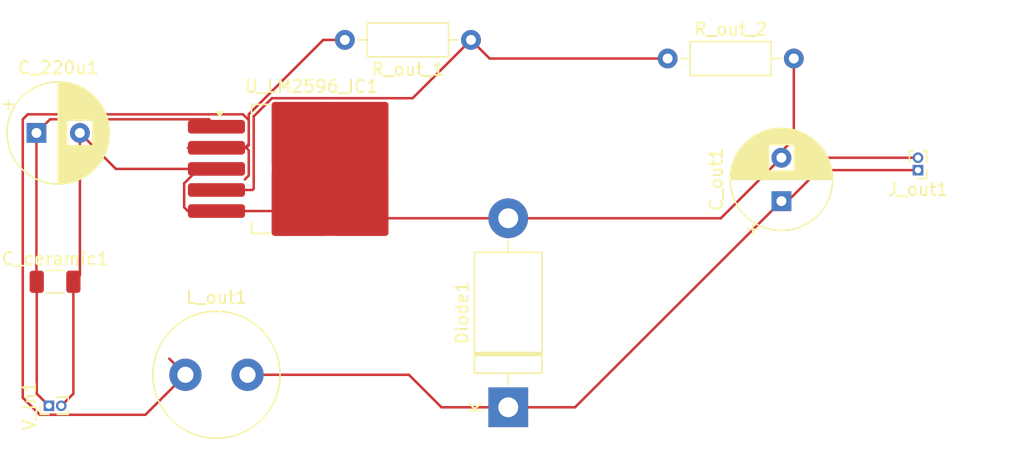
<source format=kicad_pcb>
(kicad_pcb (version 20240108) (generator "pcbnew") (generator_version "8.0")
  (layers (0 "F.Cu" signal) (31 "B.Cu" signal) (34 "B.Paste" user) (35 "F.Paste" user) (36 "B.SilkS" user "B.Silkscreen") (37 "F.SilkS" user "F.Silkscreen") (38 "B.Mask" user) (39 "F.Mask" user) (44 "Edge.Cuts" user))
  (net 0 "")
  (net 1 "Net-(U_LM2596_IC1-VIN)")
  (net 2 "GND")
  (net 3 "Net-(Diode1-K)")
  (net 4 "Net-(U_LM2596_IC1-OUT)")
  (net 5 "Net-(U_LM2596_IC1-FB)")
  (footprint "Capacitor_THT:CP_Radial_D8.0mm_P3.50mm" (layer "F.Cu") (at 171 56.5 90)
    (property "Reference" "C_out1" (at 1.75 -5.25 90) (layer "F.SilkS"))
    (property "Value" "220u")
    (fp_line (start 1.83 -4.08) (end 1.83 4.08) (stroke (width 0.12)) (layer "F.SilkS"))
    (fp_line (start 1.79 -4.08) (end 1.79 4.08) (stroke (width 0.12)) (layer "F.SilkS"))
    (fp_line (start 1.75 -4.08) (end 1.75 4.08) (stroke (width 0.12)) (layer "F.SilkS"))
    (fp_line (start 1.87 -4.079) (end 1.87 4.079) (stroke (width 0.12)) (layer "F.SilkS"))
    (fp_line (start 1.91 -4.077) (end 1.91 4.077) (stroke (width 0.12)) (layer "F.SilkS"))
    (fp_line (start 1.95 -4.076) (end 1.95 4.076) (stroke (width 0.12)) (layer "F.SilkS"))
    (fp_line (start 1.99 -4.074) (end 1.99 4.074) (stroke (width 0.12)) (layer "F.SilkS"))
    (fp_line (start 2.03 -4.071) (end 2.03 4.071) (stroke (width 0.12)) (layer "F.SilkS"))
    (fp_line (start 2.07 -4.068) (end 2.07 4.068) (stroke (width 0.12)) (layer "F.SilkS"))
    (fp_line (start 2.11 -4.065) (end 2.11 4.065) (stroke (width 0.12)) (layer "F.SilkS"))
    (fp_line (start 2.15 -4.061) (end 2.15 4.061) (stroke (width 0.12)) (layer "F.SilkS"))
    (fp_line (start 2.19 -4.057) (end 2.19 4.057) (stroke (width 0.12)) (layer "F.SilkS"))
    (fp_line (start 2.23 -4.052) (end 2.23 4.052) (stroke (width 0.12)) (layer "F.SilkS"))
    (fp_line (start 2.27 -4.048) (end 2.27 4.048) (stroke (width 0.12)) (layer "F.SilkS"))
    (fp_line (start 2.31 -4.042) (end 2.31 4.042) (stroke (width 0.12)) (layer "F.SilkS"))
    (fp_line (start 2.35 -4.037) (end 2.35 4.037) (stroke (width 0.12)) (layer "F.SilkS"))
    (fp_line (start 2.39 -4.03) (end 2.39 4.03) (stroke (width 0.12)) (layer "F.SilkS"))
    (fp_line (start 2.43 -4.024) (end 2.43 4.024) (stroke (width 0.12)) (layer "F.SilkS"))
    (fp_line (start 2.471 -4.017) (end 2.471 -1.04) (stroke (width 0.12)) (layer "F.SilkS"))
    (fp_line (start 2.511 -4.01) (end 2.511 -1.04) (stroke (width 0.12)) (layer "F.SilkS"))
    (fp_line (start 2.551 -4.002) (end 2.551 -1.04) (stroke (width 0.12)) (layer "F.SilkS"))
    (fp_line (start 2.591 -3.994) (end 2.591 -1.04) (stroke (width 0.12)) (layer "F.SilkS"))
    (fp_line (start 2.631 -3.985) (end 2.631 -1.04) (stroke (width 0.12)) (layer "F.SilkS"))
    (fp_line (start 2.671 -3.976) (end 2.671 -1.04) (stroke (width 0.12)) (layer "F.SilkS"))
    (fp_line (start 2.711 -3.967) (end 2.711 -1.04) (stroke (width 0.12)) (layer "F.SilkS"))
    (fp_line (start 2.751 -3.957) (end 2.751 -1.04) (stroke (width 0.12)) (layer "F.SilkS"))
    (fp_line (start 2.791 -3.947) (end 2.791 -1.04) (stroke (width 0.12)) (layer "F.SilkS"))
    (fp_line (start 2.831 -3.936) (end 2.831 -1.04) (stroke (width 0.12)) (layer "F.SilkS"))
    (fp_line (start 2.871 -3.925) (end 2.871 -1.04) (stroke (width 0.12)) (layer "F.SilkS"))
    (fp_line (start 2.911 -3.914) (end 2.911 -1.04) (stroke (width 0.12)) (layer "F.SilkS"))
    (fp_line (start 2.951 -3.902) (end 2.951 -1.04) (stroke (width 0.12)) (layer "F.SilkS"))
    (fp_line (start 2.991 -3.889) (end 2.991 -1.04) (stroke (width 0.12)) (layer "F.SilkS"))
    (fp_line (start 3.031 -3.877) (end 3.031 -1.04) (stroke (width 0.12)) (layer "F.SilkS"))
    (fp_line (start 3.071 -3.863) (end 3.071 -1.04) (stroke (width 0.12)) (layer "F.SilkS"))
    (fp_line (start 3.111 -3.85) (end 3.111 -1.04) (stroke (width 0.12)) (layer "F.SilkS"))
    (fp_line (start 3.151 -3.835) (end 3.151 -1.04) (stroke (width 0.12)) (layer "F.SilkS"))
    (fp_line (start 3.191 -3.821) (end 3.191 -1.04) (stroke (width 0.12)) (layer "F.SilkS"))
    (fp_line (start 3.231 -3.805) (end 3.231 -1.04) (stroke (width 0.12)) (layer "F.SilkS"))
    (fp_line (start 3.271 -3.79) (end 3.271 -1.04) (stroke (width 0.12)) (layer "F.SilkS"))
    (fp_line (start 3.311 -3.774) (end 3.311 -1.04) (stroke (width 0.12)) (layer "F.SilkS"))
    (fp_line (start 3.351 -3.757) (end 3.351 -1.04) (stroke (width 0.12)) (layer "F.SilkS"))
    (fp_line (start 3.391 -3.74) (end 3.391 -1.04) (stroke (width 0.12)) (layer "F.SilkS"))
    (fp_line (start 3.431 -3.722) (end 3.431 -1.04) (stroke (width 0.12)) (layer "F.SilkS"))
    (fp_line (start 3.471 -3.704) (end 3.471 -1.04) (stroke (width 0.12)) (layer "F.SilkS"))
    (fp_line (start 3.511 -3.686) (end 3.511 -1.04) (stroke (width 0.12)) (layer "F.SilkS"))
    (fp_line (start 3.551 -3.666) (end 3.551 -1.04) (stroke (width 0.12)) (layer "F.SilkS"))
    (fp_line (start 3.591 -3.647) (end 3.591 -1.04) (stroke (width 0.12)) (layer "F.SilkS"))
    (fp_line (start 3.631 -3.627) (end 3.631 -1.04) (stroke (width 0.12)) (layer "F.SilkS"))
    (fp_line (start 3.671 -3.606) (end 3.671 -1.04) (stroke (width 0.12)) (layer "F.SilkS"))
    (fp_line (start 3.711 -3.584) (end 3.711 -1.04) (stroke (width 0.12)) (layer "F.SilkS"))
    (fp_line (start 3.751 -3.562) (end 3.751 -1.04) (stroke (width 0.12)) (layer "F.SilkS"))
    (fp_line (start 3.791 -3.54) (end 3.791 -1.04) (stroke (width 0.12)) (layer "F.SilkS"))
    (fp_line (start 3.831 -3.517) (end 3.831 -1.04) (stroke (width 0.12)) (layer "F.SilkS"))
    (fp_line (start 3.871 -3.493) (end 3.871 -1.04) (stroke (width 0.12)) (layer "F.SilkS"))
    (fp_line (start 3.911 -3.469) (end 3.911 -1.04) (stroke (width 0.12)) (layer "F.SilkS"))
    (fp_line (start 3.951 -3.444) (end 3.951 -1.04) (stroke (width 0.12)) (layer "F.SilkS"))
    (fp_line (start 3.991 -3.418) (end 3.991 -1.04) (stroke (width 0.12)) (layer "F.SilkS"))
    (fp_line (start 4.031 -3.392) (end 4.031 -1.04) (stroke (width 0.12)) (layer "F.SilkS"))
    (fp_line (start 4.071 -3.365) (end 4.071 -1.04) (stroke (width 0.12)) (layer "F.SilkS"))
    (fp_line (start 4.111 -3.338) (end 4.111 -1.04) (stroke (width 0.12)) (layer "F.SilkS"))
    (fp_line (start 4.151 -3.309) (end 4.151 -1.04) (stroke (width 0.12)) (layer "F.SilkS"))
    (fp_line (start 4.191 -3.28) (end 4.191 -1.04) (stroke (width 0.12)) (layer "F.SilkS"))
    (fp_line (start 4.231 -3.25) (end 4.231 -1.04) (stroke (width 0.12)) (layer "F.SilkS"))
    (fp_line (start 4.271 -3.22) (end 4.271 -1.04) (stroke (width 0.12)) (layer "F.SilkS"))
    (fp_line (start 4.311 -3.189) (end 4.311 -1.04) (stroke (width 0.12)) (layer "F.SilkS"))
    (fp_line (start 4.351 -3.156) (end 4.351 -1.04) (stroke (width 0.12)) (layer "F.SilkS"))
    (fp_line (start 4.391 -3.124) (end 4.391 -1.04) (stroke (width 0.12)) (layer "F.SilkS"))
    (fp_line (start 4.431 -3.09) (end 4.431 -1.04) (stroke (width 0.12)) (layer "F.SilkS"))
    (fp_line (start 4.471 -3.055) (end 4.471 -1.04) (stroke (width 0.12)) (layer "F.SilkS"))
    (fp_line (start 4.511 -3.019) (end 4.511 -1.04) (stroke (width 0.12)) (layer "F.SilkS"))
    (fp_line (start 4.551 -2.983) (end 4.551 2.983) (stroke (width 0.12)) (layer "F.SilkS"))
    (fp_line (start 4.591 -2.945) (end 4.591 2.945) (stroke (width 0.12)) (layer "F.SilkS"))
    (fp_line (start 4.631 -2.907) (end 4.631 2.907) (stroke (width 0.12)) (layer "F.SilkS"))
    (fp_line (start 4.671 -2.867) (end 4.671 2.867) (stroke (width 0.12)) (layer "F.SilkS"))
    (fp_line (start 4.711 -2.826) (end 4.711 2.826) (stroke (width 0.12)) (layer "F.SilkS"))
    (fp_line (start 4.751 -2.784) (end 4.751 2.784) (stroke (width 0.12)) (layer "F.SilkS"))
    (fp_line (start 4.791 -2.741) (end 4.791 2.741) (stroke (width 0.12)) (layer "F.SilkS"))
    (fp_line (start -2.259698 -2.715) (end -2.259698 -1.915) (stroke (width 0.12)) (layer "F.SilkS"))
    (fp_line (start 4.831 -2.697) (end 4.831 2.697) (stroke (width 0.12)) (layer "F.SilkS"))
    (fp_line (start 4.871 -2.651) (end 4.871 2.651) (stroke (width 0.12)) (layer "F.SilkS"))
    (fp_line (start 4.911 -2.604) (end 4.911 2.604) (stroke (width 0.12)) (layer "F.SilkS"))
    (fp_line (start 4.951 -2.556) (end 4.951 2.556) (stroke (width 0.12)) (layer "F.SilkS"))
    (fp_line (start 4.991 -2.505) (end 4.991 2.505) (stroke (width 0.12)) (layer "F.SilkS"))
    (fp_line (start 5.031 -2.454) (end 5.031 2.454) (stroke (width 0.12)) (layer "F.SilkS"))
    (fp_line (start 5.071 -2.4) (end 5.071 2.4) (stroke (width 0.12)) (layer "F.SilkS"))
    (fp_line (start 5.111 -2.345) (end 5.111 2.345) (stroke (width 0.12)) (layer "F.SilkS"))
    (fp_line (start -2.659698 -2.315) (end -1.859698 -2.315) (stroke (width 0.12)) (layer "F.SilkS"))
    (fp_line (start 5.151 -2.287) (end 5.151 2.287) (stroke (width 0.12)) (layer "F.SilkS"))
    (fp_line (start 5.191 -2.228) (end 5.191 2.228) (stroke (width 0.12)) (layer "F.SilkS"))
    (fp_line (start 5.231 -2.166) (end 5.231 2.166) (stroke (width 0.12)) (layer "F.SilkS"))
    (fp_line (start 5.271 -2.102) (end 5.271 2.102) (stroke (width 0.12)) (layer "F.SilkS"))
    (fp_line (start 5.311 -2.034) (end 5.311 2.034) (stroke (width 0.12)) (layer "F.SilkS"))
    (fp_line (start 5.351 -1.964) (end 5.351 1.964) (stroke (width 0.12)) (layer "F.SilkS"))
    (fp_line (start 5.391 -1.89) (end 5.391 1.89) (stroke (width 0.12)) (layer "F.SilkS"))
    (fp_line (start 5.431 -1.813) (end 5.431 1.813) (stroke (width 0.12)) (layer "F.SilkS"))
    (fp_line (start 5.471 -1.731) (end 5.471 1.731) (stroke (width 0.12)) (layer "F.SilkS"))
    (fp_line (start 5.511 -1.645) (end 5.511 1.645) (stroke (width 0.12)) (layer "F.SilkS"))
    (fp_line (start 5.551 -1.552) (end 5.551 1.552) (stroke (width 0.12)) (layer "F.SilkS"))
    (fp_line (start 5.591 -1.453) (end 5.591 1.453) (stroke (width 0.12)) (layer "F.SilkS"))
    (fp_line (start 5.631 -1.346) (end 5.631 1.346) (stroke (width 0.12)) (layer "F.SilkS"))
    (fp_line (start 5.671 -1.229) (end 5.671 1.229) (stroke (width 0.12)) (layer "F.SilkS"))
    (fp_line (start 5.711 -1.098) (end 5.711 1.098) (stroke (width 0.12)) (layer "F.SilkS"))
    (fp_line (start 5.751 -0.948) (end 5.751 0.948) (stroke (width 0.12)) (layer "F.SilkS"))
    (fp_line (start 5.791 -0.768) (end 5.791 0.768) (stroke (width 0.12)) (layer "F.SilkS"))
    (fp_line (start 5.831 -0.533) (end 5.831 0.533) (stroke (width 0.12)) (layer "F.SilkS"))
    (fp_line (start 4.511 1.04) (end 4.511 3.019) (stroke (width 0.12)) (layer "F.SilkS"))
    (fp_line (start 4.471 1.04) (end 4.471 3.055) (stroke (width 0.12)) (layer "F.SilkS"))
    (fp_line (start 4.431 1.04) (end 4.431 3.09) (stroke (width 0.12)) (layer "F.SilkS"))
    (fp_line (start 4.391 1.04) (end 4.391 3.124) (stroke (width 0.12)) (layer "F.SilkS"))
    (fp_line (start 4.351 1.04) (end 4.351 3.156) (stroke (width 0.12)) (layer "F.SilkS"))
    (fp_line (start 4.311 1.04) (end 4.311 3.189) (stroke (width 0.12)) (layer "F.SilkS"))
    (fp_line (start 4.271 1.04) (end 4.271 3.22) (stroke (width 0.12)) (layer "F.SilkS"))
    (fp_line (start 4.231 1.04) (end 4.231 3.25) (stroke (width 0.12)) (layer "F.SilkS"))
    (fp_line (start 4.191 1.04) (end 4.191 3.28) (stroke (width 0.12)) (layer "F.SilkS"))
    (fp_line (start 4.151 1.04) (end 4.151 3.309) (stroke (width 0.12)) (layer "F.SilkS"))
    (fp_line (start 4.111 1.04) (end 4.111 3.338) (stroke (width 0.12)) (layer "F.SilkS"))
    (fp_line (start 4.071 1.04) (end 4.071 3.365) (stroke (width 0.12)) (layer "F.SilkS"))
    (fp_line (start 4.031 1.04) (end 4.031 3.392) (stroke (width 0.12)) (layer "F.SilkS"))
    (fp_line (start 3.991 1.04) (end 3.991 3.418) (stroke (width 0.12)) (layer "F.SilkS"))
    (fp_line (start 3.951 1.04) (end 3.951 3.444) (stroke (width 0.12)) (layer "F.SilkS"))
    (fp_line (start 3.911 1.04) (end 3.911 3.469) (stroke (width 0.12)) (layer "F.SilkS"))
    (fp_line (start 3.871 1.04) (end 3.871 3.493) (stroke (width 0.12)) (layer "F.SilkS"))
    (fp_line (start 3.831 1.04) (end 3.831 3.517) (stroke (width 0.12)) (layer "F.SilkS"))
    (fp_line (start 3.791 1.04) (end 3.791 3.54) (stroke (width 0.12)) (layer "F.SilkS"))
    (fp_line (start 3.751 1.04) (end 3.751 3.562) (stroke (width 0.12)) (layer "F.SilkS"))
    (fp_line (start 3.711 1.04) (end 3.711 3.584) (stroke (width 0.12)) (layer "F.SilkS"))
    (fp_line (start 3.671 1.04) (end 3.671 3.606) (stroke (width 0.12)) (layer "F.SilkS"))
    (fp_line (start 3.631 1.04) (end 3.631 3.627) (stroke (width 0.12)) (layer "F.SilkS"))
    (fp_line (start 3.591 1.04) (end 3.591 3.647) (stroke (width 0.12)) (layer "F.SilkS"))
    (fp_line (start 3.551 1.04) (end 3.551 3.666) (stroke (width 0.12)) (layer "F.SilkS"))
    (fp_line (start 3.511 1.04) (end 3.511 3.686) (stroke (width 0.12)) (layer "F.SilkS"))
    (fp_line (start 3.471 1.04) (end 3.471 3.704) (stroke (width 0.12)) (layer "F.SilkS"))
    (fp_line (start 3.431 1.04) (end 3.431 3.722) (stroke (width 0.12)) (layer "F.SilkS"))
    (fp_line (start 3.391 1.04) (end 3.391 3.74) (stroke (width 0.12)) (layer "F.SilkS"))
    (fp_line (start 3.351 1.04) (end 3.351 3.757) (stroke (width 0.12)) (layer "F.SilkS"))
    (fp_line (start 3.311 1.04) (end 3.311 3.774) (stroke (width 0.12)) (layer "F.SilkS"))
    (fp_line (start 3.271 1.04) (end 3.271 3.79) (stroke (width 0.12)) (layer "F.SilkS"))
    (fp_line (start 3.231 1.04) (end 3.231 3.805) (stroke (width 0.12)) (layer "F.SilkS"))
    (fp_line (start 3.191 1.04) (end 3.191 3.821) (stroke (width 0.12)) (layer "F.SilkS"))
    (fp_line (start 3.151 1.04) (end 3.151 3.835) (stroke (width 0.12)) (layer "F.SilkS"))
    (fp_line (start 3.111 1.04) (end 3.111 3.85) (stroke (width 0.12)) (layer "F.SilkS"))
    (fp_line (start 3.071 1.04) (end 3.071 3.863) (stroke (width 0.12)) (layer "F.SilkS"))
    (fp_line (start 3.031 1.04) (end 3.031 3.877) (stroke (width 0.12)) (layer "F.SilkS"))
    (fp_line (start 2.991 1.04) (end 2.991 3.889) (stroke (width 0.12)) (layer "F.SilkS"))
    (fp_line (start 2.951 1.04) (end 2.951 3.902) (stroke (width 0.12)) (layer "F.SilkS"))
    (fp_line (start 2.911 1.04) (end 2.911 3.914) (stroke (width 0.12)) (layer "F.SilkS"))
    (fp_line (start 2.871 1.04) (end 2.871 3.925) (stroke (width 0.12)) (layer "F.SilkS"))
    (fp_line (start 2.831 1.04) (end 2.831 3.936) (stroke (width 0.12)) (layer "F.SilkS"))
    (fp_line (start 2.791 1.04) (end 2.791 3.947) (stroke (width 0.12)) (layer "F.SilkS"))
    (fp_line (start 2.751 1.04) (end 2.751 3.957) (stroke (width 0.12)) (layer "F.SilkS"))
    (fp_line (start 2.711 1.04) (end 2.711 3.967) (stroke (width 0.12)) (layer "F.SilkS"))
    (fp_line (start 2.671 1.04) (end 2.671 3.976) (stroke (width 0.12)) (layer "F.SilkS"))
    (fp_line (start 2.631 1.04) (end 2.631 3.985) (stroke (width 0.12)) (layer "F.SilkS"))
    (fp_line (start 2.591 1.04) (end 2.591 3.994) (stroke (width 0.12)) (layer "F.SilkS"))
    (fp_line (start 2.551 1.04) (end 2.551 4.002) (stroke (width 0.12)) (layer "F.SilkS"))
    (fp_line (start 2.511 1.04) (end 2.511 4.01) (stroke (width 0.12)) (layer "F.SilkS"))
    (fp_line (start 2.471 1.04) (end 2.471 4.017) (stroke (width 0.12)) (layer "F.SilkS"))
    (fp_circle (center 1.75 0) (end 5.87 0) (stroke (width 0.12)) (fill none) (layer "F.SilkS"))
    (pad "1" thru_hole rect (at 0 0 90) (size 1.6 1.6) (drill 0.8) (layers "*.Cu" "*.Mask") (net 3 "Net-(Diode1-K)"))
    (pad "2" thru_hole circle (at 3.5 0 90) (size 1.6 1.6) (drill 0.8) (layers "*.Cu" "*.Mask") (net 2 "GND"))
  )
  (footprint "Package_TO_SOT_SMD:TO-263-5_TabPin3" (layer "F.Cu") (at 133.15 53.9)
    (property "Reference" "U_LM2596_IC1" (at 0 -6.65 0) (layer "F.SilkS"))
    (property "Value" "LM2596S-3.3")
    (fp_line (start -4.825 -5.2) (end -4.825 -4.25) (stroke (width 0.12)) (layer "F.SilkS"))
    (fp_line (start -4.825 5.2) (end -4.825 4.25) (stroke (width 0.12)) (layer "F.SilkS"))
    (fp_line (start -3.325 -5.2) (end -4.825 -5.2) (stroke (width 0.12)) (layer "F.SilkS"))
    (fp_line (start -3.325 5.2) (end -4.825 5.2) (stroke (width 0.12)) (layer "F.SilkS"))
    (fp_poly (pts (xy -7.3875 -4.25) (xy -7.6275 -4.58) (xy -7.1475 -4.58) (xy -7.3875 -4.25)) (stroke (width 0.12)) (fill solid) (layer "F.SilkS"))
    (pad "1" smd roundrect (at -7.65 -3.4) (size 4.6 1.1) (layers "F.Cu" "F.Paste" "F.Mask") (roundrect_rratio 0.227273) (net 1 "Net-(U_LM2596_IC1-VIN)"))
    (pad "2" smd roundrect (at -7.65 -1.7) (size 4.6 1.1) (layers "F.Cu" "F.Paste" "F.Mask") (roundrect_rratio 0.227273) (net 4 "Net-(U_LM2596_IC1-OUT)"))
    (pad "3" smd roundrect (at -7.65 0) (size 4.6 1.1) (layers "F.Cu" "F.Paste" "F.Mask") (roundrect_rratio 0.227273) (net 2 "GND"))
    (pad "3" smd roundrect (at -0.925 -2.775) (size 4.55 5.25) (layers "F.Cu" "F.Paste") (roundrect_rratio 0.054945) (net 2 "GND"))
    (pad "3" smd roundrect (at -0.925 2.775) (size 4.55 5.25) (layers "F.Cu" "F.Paste") (roundrect_rratio 0.054945) (net 2 "GND"))
    (pad "3" smd roundrect (at 1.5 0) (size 9.4 10.8) (layers "F.Cu" "F.Mask") (roundrect_rratio 0.026596) (net 2 "GND"))
    (pad "3" smd roundrect (at 3.925 -2.775) (size 4.55 5.25) (layers "F.Cu" "F.Paste") (roundrect_rratio 0.054945) (net 2 "GND"))
    (pad "3" smd roundrect (at 3.925 2.775) (size 4.55 5.25) (layers "F.Cu" "F.Paste") (roundrect_rratio 0.054945) (net 2 "GND"))
    (pad "4" smd roundrect (at -7.65 1.7) (size 4.6 1.1) (layers "F.Cu" "F.Paste" "F.Mask") (roundrect_rratio 0.227273) (net 5 "Net-(U_LM2596_IC1-FB)"))
    (pad "5" smd roundrect (at -7.65 3.4) (size 4.6 1.1) (layers "F.Cu" "F.Paste" "F.Mask") (roundrect_rratio 0.227273) (net 2 "GND"))
  )
  (footprint "Capacitor_THT:CP_Radial_D8.0mm_P3.50mm" (layer "F.Cu") (at 111 51)
    (property "Reference" "C_220u1" (at 1.75 -5.25 0) (layer "F.SilkS"))
    (property "Value" "220u")
    (fp_line (start -2.659698 -2.315) (end -1.859698 -2.315) (stroke (width 0.12)) (layer "F.SilkS"))
    (fp_line (start -2.259698 -2.715) (end -2.259698 -1.915) (stroke (width 0.12)) (layer "F.SilkS"))
    (fp_line (start 1.75 -4.08) (end 1.75 4.08) (stroke (width 0.12)) (layer "F.SilkS"))
    (fp_line (start 1.79 -4.08) (end 1.79 4.08) (stroke (width 0.12)) (layer "F.SilkS"))
    (fp_line (start 1.83 -4.08) (end 1.83 4.08) (stroke (width 0.12)) (layer "F.SilkS"))
    (fp_line (start 1.87 -4.079) (end 1.87 4.079) (stroke (width 0.12)) (layer "F.SilkS"))
    (fp_line (start 1.91 -4.077) (end 1.91 4.077) (stroke (width 0.12)) (layer "F.SilkS"))
    (fp_line (start 1.95 -4.076) (end 1.95 4.076) (stroke (width 0.12)) (layer "F.SilkS"))
    (fp_line (start 1.99 -4.074) (end 1.99 4.074) (stroke (width 0.12)) (layer "F.SilkS"))
    (fp_line (start 2.03 -4.071) (end 2.03 4.071) (stroke (width 0.12)) (layer "F.SilkS"))
    (fp_line (start 2.07 -4.068) (end 2.07 4.068) (stroke (width 0.12)) (layer "F.SilkS"))
    (fp_line (start 2.11 -4.065) (end 2.11 4.065) (stroke (width 0.12)) (layer "F.SilkS"))
    (fp_line (start 2.15 -4.061) (end 2.15 4.061) (stroke (width 0.12)) (layer "F.SilkS"))
    (fp_line (start 2.19 -4.057) (end 2.19 4.057) (stroke (width 0.12)) (layer "F.SilkS"))
    (fp_line (start 2.23 -4.052) (end 2.23 4.052) (stroke (width 0.12)) (layer "F.SilkS"))
    (fp_line (start 2.27 -4.048) (end 2.27 4.048) (stroke (width 0.12)) (layer "F.SilkS"))
    (fp_line (start 2.31 -4.042) (end 2.31 4.042) (stroke (width 0.12)) (layer "F.SilkS"))
    (fp_line (start 2.35 -4.037) (end 2.35 4.037) (stroke (width 0.12)) (layer "F.SilkS"))
    (fp_line (start 2.39 -4.03) (end 2.39 4.03) (stroke (width 0.12)) (layer "F.SilkS"))
    (fp_line (start 2.43 -4.024) (end 2.43 4.024) (stroke (width 0.12)) (layer "F.SilkS"))
    (fp_line (start 2.471 -4.017) (end 2.471 -1.04) (stroke (width 0.12)) (layer "F.SilkS"))
    (fp_line (start 2.471 1.04) (end 2.471 4.017) (stroke (width 0.12)) (layer "F.SilkS"))
    (fp_line (start 2.511 -4.01) (end 2.511 -1.04) (stroke (width 0.12)) (layer "F.SilkS"))
    (fp_line (start 2.511 1.04) (end 2.511 4.01) (stroke (width 0.12)) (layer "F.SilkS"))
    (fp_line (start 2.551 -4.002) (end 2.551 -1.04) (stroke (width 0.12)) (layer "F.SilkS"))
    (fp_line (start 2.551 1.04) (end 2.551 4.002) (stroke (width 0.12)) (layer "F.SilkS"))
    (fp_line (start 2.591 -3.994) (end 2.591 -1.04) (stroke (width 0.12)) (layer "F.SilkS"))
    (fp_line (start 2.591 1.04) (end 2.591 3.994) (stroke (width 0.12)) (layer "F.SilkS"))
    (fp_line (start 2.631 -3.985) (end 2.631 -1.04) (stroke (width 0.12)) (layer "F.SilkS"))
    (fp_line (start 2.631 1.04) (end 2.631 3.985) (stroke (width 0.12)) (layer "F.SilkS"))
    (fp_line (start 2.671 -3.976) (end 2.671 -1.04) (stroke (width 0.12)) (layer "F.SilkS"))
    (fp_line (start 2.671 1.04) (end 2.671 3.976) (stroke (width 0.12)) (layer "F.SilkS"))
    (fp_line (start 2.711 -3.967) (end 2.711 -1.04) (stroke (width 0.12)) (layer "F.SilkS"))
    (fp_line (start 2.711 1.04) (end 2.711 3.967) (stroke (width 0.12)) (layer "F.SilkS"))
    (fp_line (start 2.751 -3.957) (end 2.751 -1.04) (stroke (width 0.12)) (layer "F.SilkS"))
    (fp_line (start 2.751 1.04) (end 2.751 3.957) (stroke (width 0.12)) (layer "F.SilkS"))
    (fp_line (start 2.791 -3.947) (end 2.791 -1.04) (stroke (width 0.12)) (layer "F.SilkS"))
    (fp_line (start 2.791 1.04) (end 2.791 3.947) (stroke (width 0.12)) (layer "F.SilkS"))
    (fp_line (start 2.831 -3.936) (end 2.831 -1.04) (stroke (width 0.12)) (layer "F.SilkS"))
    (fp_line (start 2.831 1.04) (end 2.831 3.936) (stroke (width 0.12)) (layer "F.SilkS"))
    (fp_line (start 2.871 -3.925) (end 2.871 -1.04) (stroke (width 0.12)) (layer "F.SilkS"))
    (fp_line (start 2.871 1.04) (end 2.871 3.925) (stroke (width 0.12)) (layer "F.SilkS"))
    (fp_line (start 2.911 -3.914) (end 2.911 -1.04) (stroke (width 0.12)) (layer "F.SilkS"))
    (fp_line (start 2.911 1.04) (end 2.911 3.914) (stroke (width 0.12)) (layer "F.SilkS"))
    (fp_line (start 2.951 -3.902) (end 2.951 -1.04) (stroke (width 0.12)) (layer "F.SilkS"))
    (fp_line (start 2.951 1.04) (end 2.951 3.902) (stroke (width 0.12)) (layer "F.SilkS"))
    (fp_line (start 2.991 -3.889) (end 2.991 -1.04) (stroke (width 0.12)) (layer "F.SilkS"))
    (fp_line (start 2.991 1.04) (end 2.991 3.889) (stroke (width 0.12)) (layer "F.SilkS"))
    (fp_line (start 3.031 -3.877) (end 3.031 -1.04) (stroke (width 0.12)) (layer "F.SilkS"))
    (fp_line (start 3.031 1.04) (end 3.031 3.877) (stroke (width 0.12)) (layer "F.SilkS"))
    (fp_line (start 3.071 -3.863) (end 3.071 -1.04) (stroke (width 0.12)) (layer "F.SilkS"))
    (fp_line (start 3.071 1.04) (end 3.071 3.863) (stroke (width 0.12)) (layer "F.SilkS"))
    (fp_line (start 3.111 -3.85) (end 3.111 -1.04) (stroke (width 0.12)) (layer "F.SilkS"))
    (fp_line (start 3.111 1.04) (end 3.111 3.85) (stroke (width 0.12)) (layer "F.SilkS"))
    (fp_line (start 3.151 -3.835) (end 3.151 -1.04) (stroke (width 0.12)) (layer "F.SilkS"))
    (fp_line (start 3.151 1.04) (end 3.151 3.835) (stroke (width 0.12)) (layer "F.SilkS"))
    (fp_line (start 3.191 -3.821) (end 3.191 -1.04) (stroke (width 0.12)) (layer "F.SilkS"))
    (fp_line (start 3.191 1.04) (end 3.191 3.821) (stroke (width 0.12)) (layer "F.SilkS"))
    (fp_line (start 3.231 -3.805) (end 3.231 -1.04) (stroke (width 0.12)) (layer "F.SilkS"))
    (fp_line (start 3.231 1.04) (end 3.231 3.805) (stroke (width 0.12)) (layer "F.SilkS"))
    (fp_line (start 3.271 -3.79) (end 3.271 -1.04) (stroke (width 0.12)) (layer "F.SilkS"))
    (fp_line (start 3.271 1.04) (end 3.271 3.79) (stroke (width 0.12)) (layer "F.SilkS"))
    (fp_line (start 3.311 -3.774) (end 3.311 -1.04) (stroke (width 0.12)) (layer "F.SilkS"))
    (fp_line (start 3.311 1.04) (end 3.311 3.774) (stroke (width 0.12)) (layer "F.SilkS"))
    (fp_line (start 3.351 -3.757) (end 3.351 -1.04) (stroke (width 0.12)) (layer "F.SilkS"))
    (fp_line (start 3.351 1.04) (end 3.351 3.757) (stroke (width 0.12)) (layer "F.SilkS"))
    (fp_line (start 3.391 -3.74) (end 3.391 -1.04) (stroke (width 0.12)) (layer "F.SilkS"))
    (fp_line (start 3.391 1.04) (end 3.391 3.74) (stroke (width 0.12)) (layer "F.SilkS"))
    (fp_line (start 3.431 -3.722) (end 3.431 -1.04) (stroke (width 0.12)) (layer "F.SilkS"))
    (fp_line (start 3.431 1.04) (end 3.431 3.722) (stroke (width 0.12)) (layer "F.SilkS"))
    (fp_line (start 3.471 -3.704) (end 3.471 -1.04) (stroke (width 0.12)) (layer "F.SilkS"))
    (fp_line (start 3.471 1.04) (end 3.471 3.704) (stroke (width 0.12)) (layer "F.SilkS"))
    (fp_line (start 3.511 -3.686) (end 3.511 -1.04) (stroke (width 0.12)) (layer "F.SilkS"))
    (fp_line (start 3.511 1.04) (end 3.511 3.686) (stroke (width 0.12)) (layer "F.SilkS"))
    (fp_line (start 3.551 -3.666) (end 3.551 -1.04) (stroke (width 0.12)) (layer "F.SilkS"))
    (fp_line (start 3.551 1.04) (end 3.551 3.666) (stroke (width 0.12)) (layer "F.SilkS"))
    (fp_line (start 3.591 -3.647) (end 3.591 -1.04) (stroke (width 0.12)) (layer "F.SilkS"))
    (fp_line (start 3.591 1.04) (end 3.591 3.647) (stroke (width 0.12)) (layer "F.SilkS"))
    (fp_line (start 3.631 -3.627) (end 3.631 -1.04) (stroke (width 0.12)) (layer "F.SilkS"))
    (fp_line (start 3.631 1.04) (end 3.631 3.627) (stroke (width 0.12)) (layer "F.SilkS"))
    (fp_line (start 3.671 -3.606) (end 3.671 -1.04) (stroke (width 0.12)) (layer "F.SilkS"))
    (fp_line (start 3.671 1.04) (end 3.671 3.606) (stroke (width 0.12)) (layer "F.SilkS"))
    (fp_line (start 3.711 -3.584) (end 3.711 -1.04) (stroke (width 0.12)) (layer "F.SilkS"))
    (fp_line (start 3.711 1.04) (end 3.711 3.584) (stroke (width 0.12)) (layer "F.SilkS"))
    (fp_line (start 3.751 -3.562) (end 3.751 -1.04) (stroke (width 0.12)) (layer "F.SilkS"))
    (fp_line (start 3.751 1.04) (end 3.751 3.562) (stroke (width 0.12)) (layer "F.SilkS"))
    (fp_line (start 3.791 -3.54) (end 3.791 -1.04) (stroke (width 0.12)) (layer "F.SilkS"))
    (fp_line (start 3.791 1.04) (end 3.791 3.54) (stroke (width 0.12)) (layer "F.SilkS"))
    (fp_line (start 3.831 -3.517) (end 3.831 -1.04) (stroke (width 0.12)) (layer "F.SilkS"))
    (fp_line (start 3.831 1.04) (end 3.831 3.517) (stroke (width 0.12)) (layer "F.SilkS"))
    (fp_line (start 3.871 -3.493) (end 3.871 -1.04) (stroke (width 0.12)) (layer "F.SilkS"))
    (fp_line (start 3.871 1.04) (end 3.871 3.493) (stroke (width 0.12)) (layer "F.SilkS"))
    (fp_line (start 3.911 -3.469) (end 3.911 -1.04) (stroke (width 0.12)) (layer "F.SilkS"))
    (fp_line (start 3.911 1.04) (end 3.911 3.469) (stroke (width 0.12)) (layer "F.SilkS"))
    (fp_line (start 3.951 -3.444) (end 3.951 -1.04) (stroke (width 0.12)) (layer "F.SilkS"))
    (fp_line (start 3.951 1.04) (end 3.951 3.444) (stroke (width 0.12)) (layer "F.SilkS"))
    (fp_line (start 3.991 -3.418) (end 3.991 -1.04) (stroke (width 0.12)) (layer "F.SilkS"))
    (fp_line (start 3.991 1.04) (end 3.991 3.418) (stroke (width 0.12)) (layer "F.SilkS"))
    (fp_line (start 4.031 -3.392) (end 4.031 -1.04) (stroke (width 0.12)) (layer "F.SilkS"))
    (fp_line (start 4.031 1.04) (end 4.031 3.392) (stroke (width 0.12)) (layer "F.SilkS"))
    (fp_line (start 4.071 -3.365) (end 4.071 -1.04) (stroke (width 0.12)) (layer "F.SilkS"))
    (fp_line (start 4.071 1.04) (end 4.071 3.365) (stroke (width 0.12)) (layer "F.SilkS"))
    (fp_line (start 4.111 -3.338) (end 4.111 -1.04) (stroke (width 0.12)) (layer "F.SilkS"))
    (fp_line (start 4.111 1.04) (end 4.111 3.338) (stroke (width 0.12)) (layer "F.SilkS"))
    (fp_line (start 4.151 -3.309) (end 4.151 -1.04) (stroke (width 0.12)) (layer "F.SilkS"))
    (fp_line (start 4.151 1.04) (end 4.151 3.309) (stroke (width 0.12)) (layer "F.SilkS"))
    (fp_line (start 4.191 -3.28) (end 4.191 -1.04) (stroke (width 0.12)) (layer "F.SilkS"))
    (fp_line (start 4.191 1.04) (end 4.191 3.28) (stroke (width 0.12)) (layer "F.SilkS"))
    (fp_line (start 4.231 -3.25) (end 4.231 -1.04) (stroke (width 0.12)) (layer "F.SilkS"))
    (fp_line (start 4.231 1.04) (end 4.231 3.25) (stroke (width 0.12)) (layer "F.SilkS"))
    (fp_line (start 4.271 -3.22) (end 4.271 -1.04) (stroke (width 0.12)) (layer "F.SilkS"))
    (fp_line (start 4.271 1.04) (end 4.271 3.22) (stroke (width 0.12)) (layer "F.SilkS"))
    (fp_line (start 4.311 -3.189) (end 4.311 -1.04) (stroke (width 0.12)) (layer "F.SilkS"))
    (fp_line (start 4.311 1.04) (end 4.311 3.189) (stroke (width 0.12)) (layer "F.SilkS"))
    (fp_line (start 4.351 -3.156) (end 4.351 -1.04) (stroke (width 0.12)) (layer "F.SilkS"))
    (fp_line (start 4.351 1.04) (end 4.351 3.156) (stroke (width 0.12)) (layer "F.SilkS"))
    (fp_line (start 4.391 -3.124) (end 4.391 -1.04) (stroke (width 0.12)) (layer "F.SilkS"))
    (fp_line (start 4.391 1.04) (end 4.391 3.124) (stroke (width 0.12)) (layer "F.SilkS"))
    (fp_line (start 4.431 -3.09) (end 4.431 -1.04) (stroke (width 0.12)) (layer "F.SilkS"))
    (fp_line (start 4.431 1.04) (end 4.431 3.09) (stroke (width 0.12)) (layer "F.SilkS"))
    (fp_line (start 4.471 -3.055) (end 4.471 -1.04) (stroke (width 0.12)) (layer "F.SilkS"))
    (fp_line (start 4.471 1.04) (end 4.471 3.055) (stroke (width 0.12)) (layer "F.SilkS"))
    (fp_line (start 4.511 -3.019) (end 4.511 -1.04) (stroke (width 0.12)) (layer "F.SilkS"))
    (fp_line (start 4.511 1.04) (end 4.511 3.019) (stroke (width 0.12)) (layer "F.SilkS"))
    (fp_line (start 4.551 -2.983) (end 4.551 2.983) (stroke (width 0.12)) (layer "F.SilkS"))
    (fp_line (start 4.591 -2.945) (end 4.591 2.945) (stroke (width 0.12)) (layer "F.SilkS"))
    (fp_line (start 4.631 -2.907) (end 4.631 2.907) (stroke (width 0.12)) (layer "F.SilkS"))
    (fp_line (start 4.671 -2.867) (end 4.671 2.867) (stroke (width 0.12)) (layer "F.SilkS"))
    (fp_line (start 4.711 -2.826) (end 4.711 2.826) (stroke (width 0.12)) (layer "F.SilkS"))
    (fp_line (start 4.751 -2.784) (end 4.751 2.784) (stroke (width 0.12)) (layer "F.SilkS"))
    (fp_line (start 4.791 -2.741) (end 4.791 2.741) (stroke (width 0.12)) (layer "F.SilkS"))
    (fp_line (start 4.831 -2.697) (end 4.831 2.697) (stroke (width 0.12)) (layer "F.SilkS"))
    (fp_line (start 4.871 -2.651) (end 4.871 2.651) (stroke (width 0.12)) (layer "F.SilkS"))
    (fp_line (start 4.911 -2.604) (end 4.911 2.604) (stroke (width 0.12)) (layer "F.SilkS"))
    (fp_line (start 4.951 -2.556) (end 4.951 2.556) (stroke (width 0.12)) (layer "F.SilkS"))
    (fp_line (start 4.991 -2.505) (end 4.991 2.505) (stroke (width 0.12)) (layer "F.SilkS"))
    (fp_line (start 5.031 -2.454) (end 5.031 2.454) (stroke (width 0.12)) (layer "F.SilkS"))
    (fp_line (start 5.071 -2.4) (end 5.071 2.4) (stroke (width 0.12)) (layer "F.SilkS"))
    (fp_line (start 5.111 -2.345) (end 5.111 2.345) (stroke (width 0.12)) (layer "F.SilkS"))
    (fp_line (start 5.151 -2.287) (end 5.151 2.287) (stroke (width 0.12)) (layer "F.SilkS"))
    (fp_line (start 5.191 -2.228) (end 5.191 2.228) (stroke (width 0.12)) (layer "F.SilkS"))
    (fp_line (start 5.231 -2.166) (end 5.231 2.166) (stroke (width 0.12)) (layer "F.SilkS"))
    (fp_line (start 5.271 -2.102) (end 5.271 2.102) (stroke (width 0.12)) (layer "F.SilkS"))
    (fp_line (start 5.311 -2.034) (end 5.311 2.034) (stroke (width 0.12)) (layer "F.SilkS"))
    (fp_line (start 5.351 -1.964) (end 5.351 1.964) (stroke (width 0.12)) (layer "F.SilkS"))
    (fp_line (start 5.391 -1.89) (end 5.391 1.89) (stroke (width 0.12)) (layer "F.SilkS"))
    (fp_line (start 5.431 -1.813) (end 5.431 1.813) (stroke (width 0.12)) (layer "F.SilkS"))
    (fp_line (start 5.471 -1.731) (end 5.471 1.731) (stroke (width 0.12)) (layer "F.SilkS"))
    (fp_line (start 5.511 -1.645) (end 5.511 1.645) (stroke (width 0.12)) (layer "F.SilkS"))
    (fp_line (start 5.551 -1.552) (end 5.551 1.552) (stroke (width 0.12)) (layer "F.SilkS"))
    (fp_line (start 5.591 -1.453) (end 5.591 1.453) (stroke (width 0.12)) (layer "F.SilkS"))
    (fp_line (start 5.631 -1.346) (end 5.631 1.346) (stroke (width 0.12)) (layer "F.SilkS"))
    (fp_line (start 5.671 -1.229) (end 5.671 1.229) (stroke (width 0.12)) (layer "F.SilkS"))
    (fp_line (start 5.711 -1.098) (end 5.711 1.098) (stroke (width 0.12)) (layer "F.SilkS"))
    (fp_line (start 5.751 -0.948) (end 5.751 0.948) (stroke (width 0.12)) (layer "F.SilkS"))
    (fp_line (start 5.791 -0.768) (end 5.791 0.768) (stroke (width 0.12)) (layer "F.SilkS"))
    (fp_line (start 5.831 -0.533) (end 5.831 0.533) (stroke (width 0.12)) (layer "F.SilkS"))
    (fp_circle (center 1.75 0) (end 5.87 0) (stroke (width 0.12)) (fill none) (layer "F.SilkS"))
    (pad "1" thru_hole rect (at 0 0) (size 1.6 1.6) (drill 0.8) (layers "*.Cu" "*.Mask") (net 1 "Net-(U_LM2596_IC1-VIN)"))
    (pad "2" thru_hole circle (at 3.5 0) (size 1.6 1.6) (drill 0.8) (layers "*.Cu" "*.Mask") (net 2 "GND"))
  )
  (footprint "Resistor_THT:R_Axial_DIN0207_L6.3mm_D2.5mm_P10.16mm_Horizontal" (layer "F.Cu") (at 146 43.5 180)
    (property "Reference" "R_out_1" (at 5.08 -2.37 0) (layer "F.SilkS"))
    (property "Value" "10k")
    (fp_line (start 9.12 0) (end 8.35 0) (stroke (width 0.12)) (layer "F.SilkS"))
    (fp_line (start 8.35 1.37) (end 8.35 -1.37) (stroke (width 0.12)) (layer "F.SilkS"))
    (fp_line (start 8.35 -1.37) (end 1.81 -1.37) (stroke (width 0.12)) (layer "F.SilkS"))
    (fp_line (start 1.81 1.37) (end 8.35 1.37) (stroke (width 0.12)) (layer "F.SilkS"))
    (fp_line (start 1.81 -1.37) (end 1.81 1.37) (stroke (width 0.12)) (layer "F.SilkS"))
    (fp_line (start 1.04 0) (end 1.81 0) (stroke (width 0.12)) (layer "F.SilkS"))
    (pad "1" thru_hole circle (at 0 0 180) (size 1.6 1.6) (drill 0.8) (layers "*.Cu" "*.Mask") (net 5 "Net-(U_LM2596_IC1-FB)"))
    (pad "2" thru_hole oval (at 10.16 0 180) (size 1.6 1.6) (drill 0.8) (layers "*.Cu" "*.Mask") (net 4 "Net-(U_LM2596_IC1-OUT)"))
  )
  (footprint "Connector_PinHeader_1.00mm:PinHeader_1x02_P1.00mm_Vertical" (layer "F.Cu") (at 112 73 90)
    (property "Reference" "V_in1" (at 0 -1.56 90) (layer "F.SilkS"))
    (property "Value" "12v")
    (fp_line (start -0.695 -0.685) (end 0 -0.685) (stroke (width 0.12)) (layer "F.SilkS"))
    (fp_line (start -0.695 0) (end -0.695 -0.685) (stroke (width 0.12)) (layer "F.SilkS"))
    (fp_line (start 0.695 0.685) (end 0.695 1.56) (stroke (width 0.12)) (layer "F.SilkS"))
    (fp_line (start 0.608276 0.685) (end 0.695 0.685) (stroke (width 0.12)) (layer "F.SilkS"))
    (fp_line (start -0.695 0.685) (end -0.608276 0.685) (stroke (width 0.12)) (layer "F.SilkS"))
    (fp_line (start -0.695 0.685) (end -0.695 1.56) (stroke (width 0.12)) (layer "F.SilkS"))
    (fp_line (start 0.394493 1.56) (end 0.695 1.56) (stroke (width 0.12)) (layer "F.SilkS"))
    (fp_line (start -0.695 1.56) (end -0.394493 1.56) (stroke (width 0.12)) (layer "F.SilkS"))
    (pad "1" thru_hole rect (at 0 0 90) (size 0.85 0.85) (drill 0.5) (layers "*.Cu" "*.Mask") (net 1 "Net-(U_LM2596_IC1-VIN)"))
    (pad "2" thru_hole oval (at 0 1 90) (size 0.85 0.85) (drill 0.5) (layers "*.Cu" "*.Mask") (net 2 "GND"))
  )
  (footprint "Connector_PinHeader_1.00mm:PinHeader_1x02_P1.00mm_Vertical" (layer "F.Cu") (at 182 54 180)
    (property "Reference" "J_out1" (at 0 -1.56 360) (layer "F.SilkS"))
    (property "Value" "Screw_Terminal_01x02")
    (fp_line (start 0.695 0.685) (end 0.695 1.56) (stroke (width 0.12)) (layer "F.SilkS"))
    (fp_line (start 0.608276 0.685) (end 0.695 0.685) (stroke (width 0.12)) (layer "F.SilkS"))
    (fp_line (start 0.394493 1.56) (end 0.695 1.56) (stroke (width 0.12)) (layer "F.SilkS"))
    (fp_line (start -0.695 1.56) (end -0.394493 1.56) (stroke (width 0.12)) (layer "F.SilkS"))
    (fp_line (start -0.695 0.685) (end -0.608276 0.685) (stroke (width 0.12)) (layer "F.SilkS"))
    (fp_line (start -0.695 0.685) (end -0.695 1.56) (stroke (width 0.12)) (layer "F.SilkS"))
    (fp_line (start -0.695 0) (end -0.695 -0.685) (stroke (width 0.12)) (layer "F.SilkS"))
    (fp_line (start -0.695 -0.685) (end 0 -0.685) (stroke (width 0.12)) (layer "F.SilkS"))
    (pad "1" thru_hole rect (at 0 0 180) (size 0.85 0.85) (drill 0.5) (layers "*.Cu" "*.Mask") (net 3 "Net-(Diode1-K)"))
    (pad "2" thru_hole oval (at 0 1 180) (size 0.85 0.85) (drill 0.5) (layers "*.Cu" "*.Mask") (net 2 "GND"))
  )
  (footprint "Inductor_THT:L_Radial_D10.0mm_P5.00mm_Fastron_07M" (layer "F.Cu") (at 123 70.5)
    (property "Reference" "L_out1" (at 2.5 -6.25 0) (layer "F.SilkS"))
    (property "Value" "330u")
    (fp_circle (center 2.5 0) (end 7.62 0) (stroke (width 0.12)) (fill none) (layer "F.SilkS"))
    (pad "1" thru_hole circle (at 0 0) (size 2.6 2.6) (drill 1.3) (layers "*.Cu" "*.Mask") (net 4 "Net-(U_LM2596_IC1-OUT)"))
    (pad "2" thru_hole circle (at 5 0) (size 2.6 2.6) (drill 1.3) (layers "*.Cu" "*.Mask") (net 3 "Net-(Diode1-K)"))
  )
  (footprint "Resistor_THT:R_Axial_DIN0207_L6.3mm_D2.5mm_P10.16mm_Horizontal" (layer "F.Cu") (at 161.84 45)
    (property "Reference" "R_out_2" (at 5.08 -2.37 0) (layer "F.SilkS"))
    (property "Value" "17k")
    (fp_line (start 1.04 0) (end 1.81 0) (stroke (width 0.12)) (layer "F.SilkS"))
    (fp_line (start 1.81 -1.37) (end 1.81 1.37) (stroke (width 0.12)) (layer "F.SilkS"))
    (fp_line (start 1.81 1.37) (end 8.35 1.37) (stroke (width 0.12)) (layer "F.SilkS"))
    (fp_line (start 8.35 -1.37) (end 1.81 -1.37) (stroke (width 0.12)) (layer "F.SilkS"))
    (fp_line (start 8.35 1.37) (end 8.35 -1.37) (stroke (width 0.12)) (layer "F.SilkS"))
    (fp_line (start 9.12 0) (end 8.35 0) (stroke (width 0.12)) (layer "F.SilkS"))
    (pad "1" thru_hole circle (at 0 0) (size 1.6 1.6) (drill 0.8) (layers "*.Cu" "*.Mask") (net 5 "Net-(U_LM2596_IC1-FB)"))
    (pad "2" thru_hole oval (at 10.16 0) (size 1.6 1.6) (drill 0.8) (layers "*.Cu" "*.Mask") (net 2 "GND"))
  )
  (footprint "Capacitor_SMD:C_1206_3216Metric" (layer "F.Cu") (at 112.5 63)
    (property "Reference" "C_ceramic1" (at 0 -1.85 0) (layer "F.SilkS"))
    (property "Value" "10u")
    (fp_line (start -0.711252 -0.91) (end 0.711252 -0.91) (stroke (width 0.12)) (layer "F.SilkS"))
    (fp_line (start -0.711252 0.91) (end 0.711252 0.91) (stroke (width 0.12)) (layer "F.SilkS"))
    (pad "1" smd roundrect (at -1.475 0) (size 1.15 1.8) (layers "F.Cu" "F.Paste" "F.Mask") (roundrect_rratio 0.217391) (net 1 "Net-(U_LM2596_IC1-VIN)"))
    (pad "2" smd roundrect (at 1.475 0) (size 1.15 1.8) (layers "F.Cu" "F.Paste" "F.Mask") (roundrect_rratio 0.217391) (net 2 "GND"))
  )
  (footprint "Diode_THT:D_DO-201AD_P15.24mm_Horizontal" (layer "F.Cu") (at 149 73.12 90)
    (property "Reference" "Diode1" (at 7.62 -3.72 90) (layer "F.SilkS"))
    (property "Value" "D_Schottky")
    (fp_line (start 12.49 -2.72) (end 2.75 -2.72) (stroke (width 0.12)) (layer "F.SilkS"))
    (fp_line (start 4.415 -2.72) (end 4.415 2.72) (stroke (width 0.12)) (layer "F.SilkS"))
    (fp_line (start 4.295 -2.72) (end 4.295 2.72) (stroke (width 0.12)) (layer "F.SilkS"))
    (fp_line (start 4.175 -2.72) (end 4.175 2.72) (stroke (width 0.12)) (layer "F.SilkS"))
    (fp_line (start 2.75 -2.72) (end 2.75 2.72) (stroke (width 0.12)) (layer "F.SilkS"))
    (fp_line (start 13.4 0) (end 12.49 0) (stroke (width 0.12)) (layer "F.SilkS"))
    (fp_line (start 1.84 0) (end 2.75 0) (stroke (width 0.12)) (layer "F.SilkS"))
    (fp_line (start 12.49 2.72) (end 12.49 -2.72) (stroke (width 0.12)) (layer "F.SilkS"))
    (fp_line (start 2.75 2.72) (end 12.49 2.72) (stroke (width 0.12)) (layer "F.SilkS"))
    (fp_text user "K" (at 0 -2.6 90) (layer "F.SilkS"))
    (pad "1" thru_hole rect (at 0 0 90) (size 3.2 3.2) (drill 1.6) (layers "*.Cu" "*.Mask") (net 3 "Net-(Diode1-K)"))
    (pad "2" thru_hole oval (at 15.24 0 90) (size 3.2 3.2) (drill 1.6) (layers "*.Cu" "*.Mask") (net 2 "GND"))
  )
  (segment (start 112.1 49.9) (end 124.9 49.9) (width 0.2) (layer "F.Cu") (net 1))
  (segment (start 111.025 72.025) (end 112 73) (width 0.2) (layer "F.Cu") (net 1))
  (segment (start 111.025 63) (end 111.025 72.025) (width 0.2) (layer "F.Cu") (net 1))
  (segment (start 111 51) (end 112.1 49.9) (width 0.2) (layer "F.Cu") (net 1))
  (segment (start 111 62.975) (end 111.025 63) (width 0.2) (layer "F.Cu") (net 1))
  (segment (start 111 51) (end 111 62.975) (width 0.2) (layer "F.Cu") (net 1))
  (segment (start 124.9 49.9) (end 125.5 50.5) (width 0.2) (layer "F.Cu") (net 1))
  (segment (start 171 52.5) (end 172 51.5) (width 0.2) (layer "F.Cu") (net 2))
  (segment (start 166.12 57.88) (end 171 53) (width 0.2) (layer "F.Cu") (net 2))
  (segment (start 114.5 51) (end 114.5 62.475) (width 0.2) (layer "F.Cu") (net 2))
  (segment (start 123.2 57.3) (end 125.5 57.3) (width 0.2) (layer "F.Cu") (net 2))
  (segment (start 149 57.88) (end 166.12 57.88) (width 0.2) (layer "F.Cu") (net 2))
  (segment (start 114.5 62.475) (end 113.975 63) (width 0.2) (layer "F.Cu") (net 2))
  (segment (start 148.42 57.3) (end 149 57.88) (width 0.2) (layer "F.Cu") (net 2))
  (segment (start 114.5 51) (end 115 51) (width 0.2) (layer "F.Cu") (net 2))
  (segment (start 138.28 57.88) (end 137.075 56.675) (width 0.2) (layer "F.Cu") (net 2))
  (segment (start 149 57.88) (end 138.28 57.88) (width 0.2) (layer "F.Cu") (net 2))
  (segment (start 113.975 72.025) (end 113 73) (width 0.2) (layer "F.Cu") (net 2))
  (segment (start 125.5 53.9) (end 124.065256 53.9) (width 0.2) (layer "F.Cu") (net 2))
  (segment (start 122.9 55.065256) (end 122.9 57) (width 0.2) (layer "F.Cu") (net 2))
  (segment (start 125.5 57.3) (end 131.6 57.3) (width 0.2) (layer "F.Cu") (net 2))
  (segment (start 117.4 53.9) (end 114.5 51) (width 0.2) (layer "F.Cu") (net 2))
  (segment (start 171 53) (end 171 52.5) (width 0.2) (layer "F.Cu") (net 2))
  (segment (start 172 51.5) (end 173.5 53) (width 0.2) (layer "F.Cu") (net 2))
  (segment (start 113.975 63) (end 113.975 72.025) (width 0.2) (layer "F.Cu") (net 2))
  (segment (start 172 51.5) (end 172 45) (width 0.2) (layer "F.Cu") (net 2))
  (segment (start 122.9 57) (end 123.2 57.3) (width 0.2) (layer "F.Cu") (net 2))
  (segment (start 131.6 57.3) (end 132.225 56.675) (width 0.2) (layer "F.Cu") (net 2))
  (segment (start 173.5 53) (end 182 53) (width 0.2) (layer "F.Cu") (net 2))
  (segment (start 124.065256 53.9) (end 122.9 55.065256) (width 0.2) (layer "F.Cu") (net 2))
  (segment (start 125.5 53.9) (end 117.4 53.9) (width 0.2) (layer "F.Cu") (net 2))
  (segment (start 148.62 57.88) (end 148.5 58) (width 0.2) (layer "F.Cu") (net 2))
  (segment (start 154.38 73.12) (end 171 56.5) (width 0.2) (layer "F.Cu") (net 3))
  (segment (start 141 70.5) (end 143.62 73.12) (width 0.2) (layer "F.Cu") (net 3))
  (segment (start 141 70.5) (end 128 70.5) (width 0.2) (layer "F.Cu") (net 3))
  (segment (start 143.62 73.12) (end 149 73.12) (width 0.2) (layer "F.Cu") (net 3))
  (segment (start 171 56.5) (end 171.5 56.5) (width 0.2) (layer "F.Cu") (net 3))
  (segment (start 174 54) (end 182 54) (width 0.2) (layer "F.Cu") (net 3))
  (segment (start 171.5 56.5) (end 174 54) (width 0.2) (layer "F.Cu") (net 3))
  (segment (start 149 73.12) (end 154.38 73.12) (width 0.2) (layer "F.Cu") (net 3))
  (segment (start 123 70.5) (end 122.9 70.4) (width 0.2) (layer "F.Cu") (net 4))
  (segment (start 134.09957 43.5) (end 128.1 49.49957) (width 0.2) (layer "F.Cu") (net 4))
  (segment (start 128.1 52.4) (end 127.9 52.2) (width 0.2) (layer "F.Cu") (net 4))
  (segment (start 123 70.5) (end 121.7 69.2) (width 0.2) (layer "F.Cu") (net 4))
  (segment (start 128.1 54.434744) (end 128.1 52.4) (width 0.2) (layer "F.Cu") (net 4))
  (segment (start 128.1 51.9) (end 127.8 52.2) (width 0.2) (layer "F.Cu") (net 4))
  (segment (start 128.1 52) (end 127.9 52.2) (width 0.2) (layer "F.Cu") (net 4))
  (segment (start 123 70.5) (end 119.775 73.725) (width 0.2) (layer "F.Cu") (net 4))
  (segment (start 110.3 49.5) (end 127.634744 49.5) (width 0.2) (layer "F.Cu") (net 4))
  (segment (start 127.634744 49.5) (end 128.1 49.965256) (width 0.2) (layer "F.Cu") (net 4))
  (segment (start 109.9 49.9) (end 110.3 49.5) (width 0.2) (layer "F.Cu") (net 4))
  (segment (start 127.8 52.2) (end 125.5 52.2) (width 0.2) (layer "F.Cu") (net 4))
  (segment (start 128.1 49.49957) (end 128.1 52) (width 0.2) (layer "F.Cu") (net 4))
  (segment (start 119.775 73.725) (end 111.275 73.725) (width 0.2) (layer "F.Cu") (net 4))
  (segment (start 123.2 52.2) (end 125.5 52.2) (width 0.2) (layer "F.Cu") (net 4))
  (segment (start 127.9 52.2) (end 125.5 52.2) (width 0.2) (layer "F.Cu") (net 4))
  (segment (start 128.1 49.965256) (end 128.1 51.9) (width 0.2) (layer "F.Cu") (net 4))
  (segment (start 111.275 73.725) (end 109.9 72.35) (width 0.2) (layer "F.Cu") (net 4))
  (segment (start 135.84 43.5) (end 134.09957 43.5) (width 0.2) (layer "F.Cu") (net 4))
  (segment (start 127.784744 54.75) (end 128.1 54.434744) (width 0.2) (layer "F.Cu") (net 4))
  (segment (start 109.9 72.35) (end 109.9 49.9) (width 0.2) (layer "F.Cu") (net 4))
  (segment (start 146 43.5) (end 141.3 48.2) (width 0.2) (layer "F.Cu") (net 5))
  (segment (start 128.5 49.665256) (end 128.5 55.5) (width 0.2) (layer "F.Cu") (net 5))
  (segment (start 161.84 45) (end 147.5 45) (width 0.2) (layer "F.Cu") (net 5))
  (segment (start 147.5 45) (end 146 43.5) (width 0.2) (layer "F.Cu") (net 5))
  (segment (start 141.3 48.2) (end 129.965256 48.2) (width 0.2) (layer "F.Cu") (net 5))
  (segment (start 128.4 55.6) (end 125.5 55.6) (width 0.2) (layer "F.Cu") (net 5))
  (segment (start 129.965256 48.2) (end 128.5 49.665256) (width 0.2) (layer "F.Cu") (net 5))
  (segment (start 128.5 55.5) (end 128.4 55.6) (width 0.2) (layer "F.Cu") (net 5))
)
</source>
